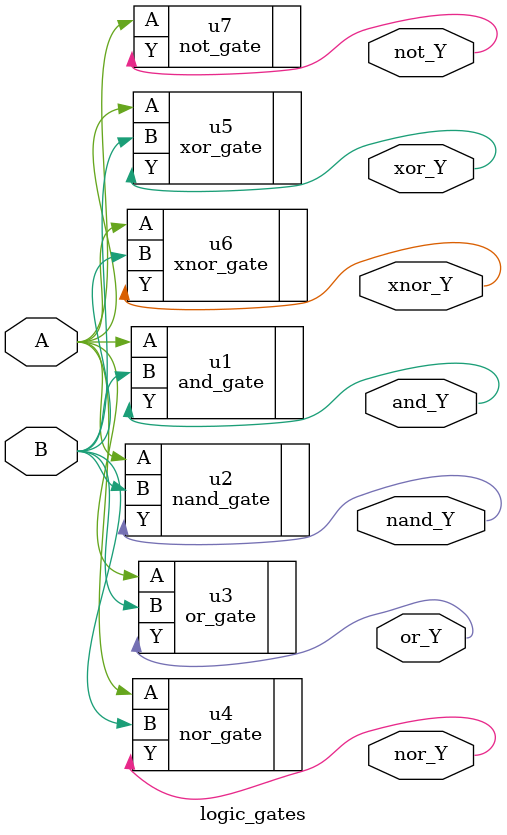
<source format=v>
`timescale 1ns / 1ps


module logic_gates(
    output and_Y,
    output nand_Y,
    output or_Y,
    output nor_Y,
    output xor_Y,
    output xnor_Y,
    output not_Y,
    input A,
    input B
    );
    
    and_gate u1(.Y(and_Y),.A(A),.B(B));
    nand_gate u2(.Y(nand_Y),.A(A),.B(B));
    or_gate u3(.Y(or_Y),.A(A),.B(B));
    nor_gate u4(.Y(nor_Y),.A(A),.B(B));
    xor_gate u5(.Y(xor_Y),.A(A),.B(B));
    xnor_gate u6(.Y(xnor_Y),.A(A),.B(B));
    not_gate u7(.Y(not_Y),.A(A));
    
endmodule


</source>
